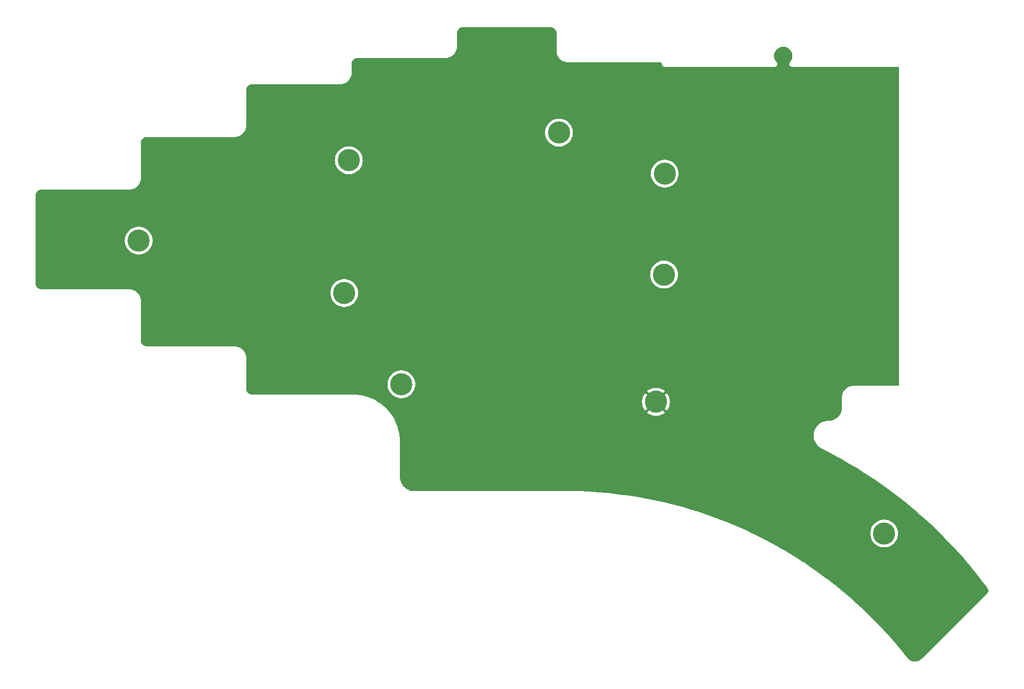
<source format=gbr>
%TF.GenerationSoftware,KiCad,Pcbnew,(6.0.10)*%
%TF.CreationDate,2023-04-21T21:44:23+03:00*%
%TF.ProjectId,blaster_bottom,626c6173-7465-4725-9f62-6f74746f6d2e,v1.0.0*%
%TF.SameCoordinates,Original*%
%TF.FileFunction,Copper,L2,Bot*%
%TF.FilePolarity,Positive*%
%FSLAX46Y46*%
G04 Gerber Fmt 4.6, Leading zero omitted, Abs format (unit mm)*
G04 Created by KiCad (PCBNEW (6.0.10)) date 2023-04-21 21:44:23*
%MOMM*%
%LPD*%
G01*
G04 APERTURE LIST*
%TA.AperFunction,ComponentPad*%
%ADD10C,4.000000*%
%TD*%
G04 APERTURE END LIST*
D10*
%TO.P,, *%
%TO.N,N/C*%
X207093750Y-109262500D03*
%TD*%
%TO.P,, *%
%TO.N,N/C*%
X169093750Y-114262500D03*
%TD*%
%TO.P,, *%
%TO.N,N/C*%
X265906250Y-181768750D03*
%TD*%
%TO.P,, *%
%TO.N,N/C*%
X131093750Y-128787500D03*
%TD*%
%TO.P,, *%
%TO.N,N/C*%
X226218750Y-116681250D03*
%TD*%
%TO.P,, *%
%TO.N,N/C*%
X178593750Y-154781250D03*
%TD*%
%TO.P,, *%
%TO.N,GND*%
X224631250Y-157956250D03*
%TD*%
%TO.P,, *%
%TO.N,N/C*%
X168275000Y-138262500D03*
%TD*%
%TO.P,, *%
%TO.N,N/C*%
X226093750Y-134937500D03*
%TD*%
%TA.AperFunction,Conductor*%
%TO.N,GND*%
G36*
X205551265Y-90203751D02*
G01*
X205564319Y-90205784D01*
X205574958Y-90207441D01*
X205587635Y-90205784D01*
X205614948Y-90205201D01*
X205628169Y-90206358D01*
X205757620Y-90217687D01*
X205779248Y-90221501D01*
X205939625Y-90264477D01*
X205960264Y-90271989D01*
X206110746Y-90342163D01*
X206129765Y-90353144D01*
X206265776Y-90448381D01*
X206282600Y-90462499D01*
X206400001Y-90579900D01*
X206414119Y-90596724D01*
X206509356Y-90732735D01*
X206520337Y-90751754D01*
X206590511Y-90902236D01*
X206598023Y-90922875D01*
X206640999Y-91083252D01*
X206644813Y-91104880D01*
X206656696Y-91240657D01*
X206656142Y-91257140D01*
X206656549Y-91257145D01*
X206656440Y-91266120D01*
X206655059Y-91274990D01*
X206656223Y-91283890D01*
X206656223Y-91283892D01*
X206659186Y-91306544D01*
X206660250Y-91322885D01*
X206660250Y-94403016D01*
X206658504Y-94423917D01*
X206655174Y-94443714D01*
X206655021Y-94456266D01*
X206655710Y-94461077D01*
X206655722Y-94461258D01*
X206656688Y-94470521D01*
X206673731Y-94730431D01*
X206727339Y-94999904D01*
X206728665Y-95003809D01*
X206728666Y-95003814D01*
X206778464Y-95150505D01*
X206815660Y-95260075D01*
X206864795Y-95359707D01*
X206925811Y-95483431D01*
X206937184Y-95506493D01*
X206939472Y-95509917D01*
X206939473Y-95509919D01*
X206998522Y-95598290D01*
X207089831Y-95734941D01*
X207092543Y-95738033D01*
X207092548Y-95738040D01*
X207233155Y-95898370D01*
X207270989Y-95941511D01*
X207274078Y-95944220D01*
X207474460Y-96119952D01*
X207474467Y-96119957D01*
X207477559Y-96122669D01*
X207706007Y-96275316D01*
X207709703Y-96277139D01*
X207709707Y-96277141D01*
X207814864Y-96329000D01*
X207952425Y-96396840D01*
X207956331Y-96398166D01*
X208208686Y-96483834D01*
X208208691Y-96483835D01*
X208212596Y-96485161D01*
X208216650Y-96485968D01*
X208216652Y-96485968D01*
X208458971Y-96534174D01*
X208482069Y-96538769D01*
X208486180Y-96539039D01*
X208486183Y-96539039D01*
X208626026Y-96548209D01*
X208723661Y-96554611D01*
X208736322Y-96556088D01*
X208738095Y-96556386D01*
X208743682Y-96557326D01*
X208749667Y-96557399D01*
X208751367Y-96557420D01*
X208751371Y-96557420D01*
X208756234Y-96557479D01*
X208761052Y-96556789D01*
X208761055Y-96556789D01*
X208783872Y-96553522D01*
X208801730Y-96552250D01*
X225375633Y-96552250D01*
X225395018Y-96553750D01*
X225409851Y-96556060D01*
X225409855Y-96556060D01*
X225418724Y-96557441D01*
X225427629Y-96556277D01*
X225436598Y-96556386D01*
X225436588Y-96557200D01*
X225458098Y-96557493D01*
X225493434Y-96563089D01*
X225530927Y-96575270D01*
X225574887Y-96597669D01*
X225606779Y-96620841D01*
X225641659Y-96655721D01*
X225664831Y-96687614D01*
X225687229Y-96731573D01*
X225699410Y-96769062D01*
X225704869Y-96803525D01*
X225706301Y-96823250D01*
X225705059Y-96831224D01*
X225708894Y-96860550D01*
X225709955Y-96877643D01*
X225709774Y-96907221D01*
X225712240Y-96915849D01*
X225716828Y-96931900D01*
X225720616Y-96950192D01*
X225723945Y-96975652D01*
X225727558Y-96983864D01*
X225727559Y-96983866D01*
X225735858Y-97002726D01*
X225741675Y-97018838D01*
X225749801Y-97047271D01*
X225763505Y-97068989D01*
X225772267Y-97085471D01*
X225782609Y-97108974D01*
X225788384Y-97115844D01*
X225801636Y-97131609D01*
X225811747Y-97145450D01*
X225816080Y-97152317D01*
X225827526Y-97170458D01*
X225834254Y-97176400D01*
X225846769Y-97187453D01*
X225859807Y-97200813D01*
X225876333Y-97220473D01*
X225883800Y-97225444D01*
X225883805Y-97225448D01*
X225900957Y-97236865D01*
X225914536Y-97247303D01*
X225936701Y-97266878D01*
X225944827Y-97270693D01*
X225944830Y-97270695D01*
X225959939Y-97277788D01*
X225976203Y-97286951D01*
X225997584Y-97301184D01*
X226025821Y-97310006D01*
X226041776Y-97316211D01*
X226068550Y-97328781D01*
X226088286Y-97331854D01*
X226093918Y-97332731D01*
X226112102Y-97336963D01*
X226136614Y-97344621D01*
X226167334Y-97345184D01*
X226171655Y-97345263D01*
X226175624Y-97345453D01*
X226179136Y-97346000D01*
X226210696Y-97346000D01*
X226213005Y-97346021D01*
X226273275Y-97347126D01*
X226273278Y-97347126D01*
X226282248Y-97347290D01*
X226286053Y-97346253D01*
X226290128Y-97346000D01*
X246027529Y-97346000D01*
X246041229Y-97346747D01*
X246079597Y-97350944D01*
X246088432Y-97349377D01*
X246088435Y-97349377D01*
X246140888Y-97340074D01*
X246145029Y-97339411D01*
X246197799Y-97331854D01*
X246197807Y-97331852D01*
X246206687Y-97330580D01*
X246214533Y-97327013D01*
X246223017Y-97325508D01*
X246231060Y-97321523D01*
X246231063Y-97321522D01*
X246278829Y-97297856D01*
X246282614Y-97296058D01*
X246331112Y-97274007D01*
X246331113Y-97274006D01*
X246339282Y-97270292D01*
X246345809Y-97264668D01*
X246353533Y-97260841D01*
X246360133Y-97254760D01*
X246360137Y-97254757D01*
X246399338Y-97218638D01*
X246402468Y-97215848D01*
X246442830Y-97181070D01*
X246442831Y-97181068D01*
X246449627Y-97175213D01*
X246454313Y-97167984D01*
X246460653Y-97162142D01*
X246479030Y-97131609D01*
X246492765Y-97108789D01*
X246494988Y-97105232D01*
X246523968Y-97060521D01*
X246523970Y-97060518D01*
X246528852Y-97052985D01*
X246531322Y-97044726D01*
X246535765Y-97037344D01*
X246538824Y-97025722D01*
X246551609Y-96977135D01*
X246552743Y-96973099D01*
X246568017Y-96922026D01*
X246568017Y-96922023D01*
X246570586Y-96913434D01*
X246570639Y-96904817D01*
X246572832Y-96896482D01*
X246571141Y-96834266D01*
X246571096Y-96830074D01*
X246571421Y-96776758D01*
X246571476Y-96767779D01*
X246569107Y-96759491D01*
X246568873Y-96750878D01*
X246549773Y-96691593D01*
X246548554Y-96687579D01*
X246533917Y-96636363D01*
X246533916Y-96636360D01*
X246531449Y-96627729D01*
X246526851Y-96620441D01*
X246524208Y-96612238D01*
X246489212Y-96560661D01*
X246486993Y-96557272D01*
X246453724Y-96504542D01*
X246447265Y-96498837D01*
X246442426Y-96491706D01*
X246435506Y-96485993D01*
X246435504Y-96485991D01*
X246431025Y-96482293D01*
X246412930Y-96463936D01*
X246284682Y-96303951D01*
X246274023Y-96288400D01*
X246158637Y-96089633D01*
X246150418Y-96072666D01*
X246129104Y-96018708D01*
X246065976Y-95858894D01*
X246060385Y-95840902D01*
X246008786Y-95616928D01*
X246005940Y-95598290D01*
X245988339Y-95369129D01*
X245988306Y-95350276D01*
X246005094Y-95121058D01*
X246007874Y-95102411D01*
X246058676Y-94878261D01*
X246064207Y-94860238D01*
X246112667Y-94736271D01*
X246147885Y-94646177D01*
X246156042Y-94629185D01*
X246270729Y-94429999D01*
X246281332Y-94414410D01*
X246424446Y-94234577D01*
X246437256Y-94220745D01*
X246605606Y-94064274D01*
X246620337Y-94052508D01*
X246810149Y-93922908D01*
X246826471Y-93913472D01*
X247033489Y-93813648D01*
X247051036Y-93806752D01*
X247105101Y-93790055D01*
X247270645Y-93738930D01*
X247289016Y-93734732D01*
X247516285Y-93700438D01*
X247535085Y-93699028D01*
X247764915Y-93699028D01*
X247783715Y-93700438D01*
X248010984Y-93734732D01*
X248029355Y-93738930D01*
X248194899Y-93790055D01*
X248248964Y-93806752D01*
X248266511Y-93813648D01*
X248473529Y-93913472D01*
X248489851Y-93922908D01*
X248679663Y-94052508D01*
X248694394Y-94064274D01*
X248862744Y-94220745D01*
X248875554Y-94234577D01*
X249018668Y-94414410D01*
X249029271Y-94429999D01*
X249143958Y-94629185D01*
X249152115Y-94646177D01*
X249187333Y-94736271D01*
X249235793Y-94860238D01*
X249241324Y-94878261D01*
X249292126Y-95102411D01*
X249294906Y-95121058D01*
X249311694Y-95350276D01*
X249311661Y-95369129D01*
X249294060Y-95598290D01*
X249291214Y-95616928D01*
X249239615Y-95840902D01*
X249234024Y-95858894D01*
X249170896Y-96018708D01*
X249149582Y-96072666D01*
X249141363Y-96089633D01*
X249025974Y-96288404D01*
X249015315Y-96303955D01*
X248891495Y-96458416D01*
X248879345Y-96470445D01*
X248879397Y-96470494D01*
X248873196Y-96476982D01*
X248866135Y-96482527D01*
X248860914Y-96489831D01*
X248860403Y-96490366D01*
X248859264Y-96491448D01*
X248858636Y-96492136D01*
X248857665Y-96493364D01*
X248857173Y-96493929D01*
X248850373Y-96499787D01*
X248825628Y-96537964D01*
X248818620Y-96548776D01*
X248815412Y-96553489D01*
X248781433Y-96601024D01*
X248778473Y-96609498D01*
X248778128Y-96610163D01*
X248777344Y-96611512D01*
X248776929Y-96612358D01*
X248776343Y-96613807D01*
X248776031Y-96614481D01*
X248771148Y-96622015D01*
X248754407Y-96677993D01*
X248752658Y-96683391D01*
X248733394Y-96738532D01*
X248732931Y-96747504D01*
X248732790Y-96748221D01*
X248732411Y-96749754D01*
X248732254Y-96750663D01*
X248732097Y-96752226D01*
X248731986Y-96752965D01*
X248729414Y-96761566D01*
X248729359Y-96770543D01*
X248729359Y-96770544D01*
X248729057Y-96819959D01*
X248728891Y-96825689D01*
X248726342Y-96875028D01*
X248725879Y-96883996D01*
X248727951Y-96892732D01*
X248728019Y-96893479D01*
X248728085Y-96895044D01*
X248728190Y-96895964D01*
X248728478Y-96897508D01*
X248728579Y-96898245D01*
X248728524Y-96907221D01*
X248744573Y-96963375D01*
X248746011Y-96968878D01*
X248759494Y-97025722D01*
X248763932Y-97033522D01*
X248764211Y-97034230D01*
X248764714Y-97035715D01*
X248765064Y-97036547D01*
X248765774Y-97037948D01*
X248766084Y-97038641D01*
X248768551Y-97047271D01*
X248787247Y-97076902D01*
X248799696Y-97096633D01*
X248802644Y-97101550D01*
X248827094Y-97144516D01*
X248827097Y-97144519D01*
X248831534Y-97152317D01*
X248837983Y-97158557D01*
X248838449Y-97159158D01*
X248839343Y-97160433D01*
X248839926Y-97161151D01*
X248841001Y-97162297D01*
X248841487Y-97162868D01*
X248846276Y-97170458D01*
X248853004Y-97176400D01*
X248890028Y-97209099D01*
X248894236Y-97212990D01*
X248929757Y-97247361D01*
X248929765Y-97247367D01*
X248936211Y-97253604D01*
X248944152Y-97257783D01*
X248944766Y-97258228D01*
X248945984Y-97259202D01*
X248946749Y-97259730D01*
X248948093Y-97260523D01*
X248948725Y-97260938D01*
X248955451Y-97266878D01*
X248963571Y-97270690D01*
X248963575Y-97270693D01*
X249008305Y-97291693D01*
X249013407Y-97294231D01*
X249065107Y-97321440D01*
X249073905Y-97323223D01*
X249074622Y-97323479D01*
X249076071Y-97324076D01*
X249076932Y-97324361D01*
X249078451Y-97324746D01*
X249079179Y-97324968D01*
X249087300Y-97328781D01*
X249121918Y-97334171D01*
X249144986Y-97337763D01*
X249150630Y-97338774D01*
X249199065Y-97348591D01*
X249199067Y-97348591D01*
X249207863Y-97350374D01*
X249254177Y-97346450D01*
X249264814Y-97346000D01*
X268446750Y-97346000D01*
X268514871Y-97366002D01*
X268561364Y-97419658D01*
X268572750Y-97472000D01*
X268572750Y-154940500D01*
X268552748Y-155008621D01*
X268499092Y-155055114D01*
X268446750Y-155066500D01*
X260403250Y-155066500D01*
X260382345Y-155064754D01*
X260367344Y-155062230D01*
X260367341Y-155062230D01*
X260362552Y-155061424D01*
X260356276Y-155061348D01*
X260354859Y-155061330D01*
X260354856Y-155061330D01*
X260350000Y-155061271D01*
X260345187Y-155061960D01*
X260345009Y-155061972D01*
X260335748Y-155062937D01*
X260253068Y-155068356D01*
X260079942Y-155079703D01*
X260079935Y-155079704D01*
X260075830Y-155079973D01*
X260071797Y-155080775D01*
X260071791Y-155080776D01*
X259810401Y-155132770D01*
X259810395Y-155132772D01*
X259806351Y-155133576D01*
X259802442Y-155134903D01*
X259802438Y-155134904D01*
X259550081Y-155220568D01*
X259546175Y-155221894D01*
X259429532Y-155279416D01*
X259303456Y-155341589D01*
X259303451Y-155341592D01*
X259299752Y-155343416D01*
X259071298Y-155496064D01*
X258864724Y-155677224D01*
X258683564Y-155883798D01*
X258530916Y-156112252D01*
X258529092Y-156115951D01*
X258529089Y-156115956D01*
X258525359Y-156123520D01*
X258409394Y-156358675D01*
X258408068Y-156362580D01*
X258408068Y-156362581D01*
X258330268Y-156591773D01*
X258321076Y-156618851D01*
X258320272Y-156622895D01*
X258320270Y-156622901D01*
X258300537Y-156722108D01*
X258267473Y-156888330D01*
X258267204Y-156892437D01*
X258267203Y-156892443D01*
X258261784Y-156975134D01*
X258253735Y-157097943D01*
X258251086Y-157138357D01*
X258250254Y-157145891D01*
X258250373Y-157146181D01*
X258248809Y-157156224D01*
X258249545Y-157161855D01*
X258249503Y-157162500D01*
X258249630Y-157162500D01*
X258252897Y-157187481D01*
X258252936Y-157187783D01*
X258254000Y-157204120D01*
X258254000Y-159452104D01*
X258248529Y-159488828D01*
X258183087Y-159703612D01*
X258178087Y-159717176D01*
X258074964Y-159954067D01*
X258064176Y-159978848D01*
X258057653Y-159991753D01*
X257914519Y-160238637D01*
X257906561Y-160250710D01*
X257736076Y-160479579D01*
X257726787Y-160490660D01*
X257531210Y-160698482D01*
X257520712Y-160708427D01*
X257302606Y-160892477D01*
X257291038Y-160901153D01*
X257053281Y-161059003D01*
X257040795Y-161066296D01*
X256786527Y-161195861D01*
X256773292Y-161201674D01*
X256692833Y-161231633D01*
X256505846Y-161301257D01*
X256492027Y-161305517D01*
X256214928Y-161373803D01*
X256200714Y-161376451D01*
X256082413Y-161391532D01*
X255917624Y-161412540D01*
X255903213Y-161413542D01*
X255653061Y-161416535D01*
X255626533Y-161414034D01*
X255625906Y-161413907D01*
X255625905Y-161413907D01*
X255617105Y-161412124D01*
X255608160Y-161412882D01*
X255608154Y-161412882D01*
X255592211Y-161414234D01*
X255573267Y-161414411D01*
X255548343Y-161412765D01*
X255543488Y-161413196D01*
X255540693Y-161413444D01*
X255540692Y-161413444D01*
X255535839Y-161413875D01*
X255531111Y-161415047D01*
X255526588Y-161415803D01*
X255524853Y-161416158D01*
X255484699Y-161422661D01*
X255484698Y-161422662D01*
X255476569Y-161423978D01*
X255476568Y-161423978D01*
X255475767Y-161424108D01*
X255475738Y-161423929D01*
X255470453Y-161423618D01*
X255470666Y-161424934D01*
X255223237Y-161465008D01*
X254918866Y-161552609D01*
X254627130Y-161675921D01*
X254352203Y-161833179D01*
X254349182Y-161835425D01*
X254349177Y-161835428D01*
X254101036Y-162019888D01*
X254098015Y-162022134D01*
X254095281Y-162024726D01*
X254095282Y-162024726D01*
X253886253Y-162222967D01*
X253868204Y-162240084D01*
X253666055Y-162483911D01*
X253494462Y-162750127D01*
X253355878Y-163034925D01*
X253252286Y-163334231D01*
X253185166Y-163643764D01*
X253155480Y-163959096D01*
X253163652Y-164275716D01*
X253164197Y-164279438D01*
X253164198Y-164279446D01*
X253206770Y-164570021D01*
X253209565Y-164589097D01*
X253292562Y-164894755D01*
X253293978Y-164898252D01*
X253293979Y-164898254D01*
X253382712Y-165117344D01*
X253411457Y-165188319D01*
X253564548Y-165465589D01*
X253749645Y-165722599D01*
X253964102Y-165955673D01*
X254204851Y-166161478D01*
X254207981Y-166163563D01*
X254443320Y-166320332D01*
X254452574Y-166327237D01*
X254453649Y-166328000D01*
X254457389Y-166331115D01*
X254461560Y-166333615D01*
X254463988Y-166335071D01*
X254463992Y-166335073D01*
X254468156Y-166337569D01*
X254472659Y-166339396D01*
X254477022Y-166341573D01*
X254477008Y-166341602D01*
X254479008Y-166342519D01*
X254484529Y-166345360D01*
X254491855Y-166350562D01*
X254500345Y-166353498D01*
X254519014Y-166359954D01*
X254535256Y-166366880D01*
X256031649Y-167133075D01*
X256033854Y-167134233D01*
X257548232Y-167949255D01*
X257550413Y-167950458D01*
X258242165Y-168341253D01*
X259047724Y-168796343D01*
X259049960Y-168797637D01*
X260529515Y-169673989D01*
X260531725Y-169675328D01*
X261004001Y-169968307D01*
X261993128Y-170581917D01*
X261995244Y-170583261D01*
X263364691Y-171472201D01*
X263437662Y-171519568D01*
X263439808Y-171520992D01*
X264151278Y-172003845D01*
X264862741Y-172486693D01*
X264864864Y-172488166D01*
X266267656Y-173482814D01*
X266269749Y-173484330D01*
X267651887Y-174507562D01*
X267653947Y-174509120D01*
X269014839Y-175560498D01*
X269016787Y-175562035D01*
X269732887Y-176139101D01*
X270355842Y-176641107D01*
X270357837Y-176642749D01*
X270950744Y-177140934D01*
X271674442Y-177749016D01*
X271676354Y-177750655D01*
X272497678Y-178470009D01*
X272970021Y-178883709D01*
X272971947Y-178885431D01*
X273966668Y-179793364D01*
X274242083Y-180044750D01*
X274243971Y-180046509D01*
X275490097Y-181231659D01*
X275491889Y-181233399D01*
X276713449Y-182443850D01*
X276715265Y-182445687D01*
X277911693Y-183680877D01*
X277913472Y-183682751D01*
X279084367Y-184942265D01*
X279086107Y-184944176D01*
X280230887Y-186227389D01*
X280232586Y-186229333D01*
X280882731Y-186988893D01*
X281350836Y-187535778D01*
X281352484Y-187537743D01*
X281692677Y-187952095D01*
X282443722Y-188866860D01*
X282445341Y-188868874D01*
X283313455Y-189971579D01*
X283509089Y-190220080D01*
X283510657Y-190222116D01*
X284326883Y-191303833D01*
X284518545Y-191557837D01*
X284529626Y-191575352D01*
X284539318Y-191593892D01*
X284545542Y-191600360D01*
X284560014Y-191615399D01*
X284570965Y-191628438D01*
X284588578Y-191652547D01*
X284595695Y-191658018D01*
X284595795Y-191658095D01*
X284617512Y-191679429D01*
X284673564Y-191749715D01*
X284688576Y-191773606D01*
X284735915Y-191871907D01*
X284745234Y-191898539D01*
X284769512Y-192004909D01*
X284772671Y-192032946D01*
X284772671Y-192142054D01*
X284769512Y-192170091D01*
X284745234Y-192276461D01*
X284735915Y-192303093D01*
X284688576Y-192401394D01*
X284673567Y-192425281D01*
X284621645Y-192490389D01*
X284610515Y-192501385D01*
X284611127Y-192502012D01*
X284604701Y-192508283D01*
X284597453Y-192513578D01*
X284591982Y-192520695D01*
X284591978Y-192520699D01*
X284578048Y-192538820D01*
X284567248Y-192551124D01*
X272725347Y-204393026D01*
X272710580Y-204405672D01*
X272691203Y-204419828D01*
X272685732Y-204426945D01*
X272685730Y-204426947D01*
X272681821Y-204432032D01*
X272664441Y-204450461D01*
X272509991Y-204584293D01*
X272495608Y-204595060D01*
X272302328Y-204719274D01*
X272286549Y-204727890D01*
X272077561Y-204823331D01*
X272060719Y-204829612D01*
X271840282Y-204894338D01*
X271822718Y-204898160D01*
X271709009Y-204914509D01*
X271595301Y-204930857D01*
X271577370Y-204932139D01*
X271347630Y-204932139D01*
X271329699Y-204930857D01*
X271215991Y-204914509D01*
X271102282Y-204898160D01*
X271084718Y-204894338D01*
X270864281Y-204829612D01*
X270847439Y-204823331D01*
X270638451Y-204727890D01*
X270622672Y-204719274D01*
X270429397Y-204595063D01*
X270415006Y-204584290D01*
X270276264Y-204464070D01*
X270260134Y-204447240D01*
X269207052Y-203122175D01*
X269207043Y-203122164D01*
X269206629Y-203121643D01*
X268103602Y-201794566D01*
X266971734Y-200492000D01*
X266971312Y-200491536D01*
X266971278Y-200491497D01*
X265812022Y-199215069D01*
X265811570Y-199214571D01*
X265194862Y-198564754D01*
X264624168Y-197963421D01*
X264624132Y-197963384D01*
X264623668Y-197962895D01*
X264623180Y-197962403D01*
X264623151Y-197962373D01*
X264083935Y-197418607D01*
X263408600Y-196737574D01*
X262166949Y-195539197D01*
X262166472Y-195538757D01*
X262166443Y-195538729D01*
X260899813Y-194368801D01*
X260899314Y-194368340D01*
X259606304Y-193225568D01*
X259605800Y-193225142D01*
X259605762Y-193225109D01*
X258289050Y-192111858D01*
X258289023Y-192111835D01*
X258288542Y-192111429D01*
X258288062Y-192111041D01*
X258288021Y-192111007D01*
X256947203Y-191026899D01*
X256947201Y-191026897D01*
X256946660Y-191026460D01*
X256897594Y-190988537D01*
X255581820Y-189971579D01*
X255581805Y-189971568D01*
X255581306Y-189971182D01*
X254193135Y-188946104D01*
X252782816Y-187951718D01*
X252164533Y-187535778D01*
X251351605Y-186988893D01*
X251351573Y-186988872D01*
X251351026Y-186988504D01*
X251248869Y-186922987D01*
X249899011Y-186057279D01*
X249898456Y-186056923D01*
X248425803Y-185157425D01*
X248055525Y-184942265D01*
X246934364Y-184290783D01*
X246934319Y-184290757D01*
X246933776Y-184290442D01*
X246908982Y-184276753D01*
X245423677Y-183456714D01*
X245423647Y-183456698D01*
X245423093Y-183456392D01*
X245422516Y-183456090D01*
X245422496Y-183456079D01*
X244186946Y-182808874D01*
X243894481Y-182655675D01*
X243893909Y-182655391D01*
X243893891Y-182655382D01*
X242349281Y-181888977D01*
X242349268Y-181888971D01*
X242348674Y-181888676D01*
X242093043Y-181768750D01*
X263392790Y-181768750D01*
X263412609Y-182083770D01*
X263471755Y-182393822D01*
X263569294Y-182694016D01*
X263570981Y-182697602D01*
X263570983Y-182697606D01*
X263702000Y-182976033D01*
X263702004Y-182976040D01*
X263703688Y-182979619D01*
X263872818Y-183246125D01*
X263875343Y-183249177D01*
X264046767Y-183456392D01*
X264074017Y-183489332D01*
X264304110Y-183705404D01*
X264559471Y-183890934D01*
X264836071Y-184042997D01*
X264839740Y-184044450D01*
X264839745Y-184044452D01*
X265125878Y-184157740D01*
X265129548Y-184159193D01*
X265435275Y-184237690D01*
X265748429Y-184277250D01*
X266064071Y-184277250D01*
X266377225Y-184237690D01*
X266682952Y-184159193D01*
X266686622Y-184157740D01*
X266972755Y-184044452D01*
X266972760Y-184044450D01*
X266976429Y-184042997D01*
X267253029Y-183890934D01*
X267508390Y-183705404D01*
X267738483Y-183489332D01*
X267765734Y-183456392D01*
X267937157Y-183249177D01*
X267939682Y-183246125D01*
X268108812Y-182979619D01*
X268110496Y-182976040D01*
X268110500Y-182976033D01*
X268241517Y-182697606D01*
X268241519Y-182697602D01*
X268243206Y-182694016D01*
X268340745Y-182393822D01*
X268399891Y-182083770D01*
X268419710Y-181768750D01*
X268399891Y-181453730D01*
X268340745Y-181143678D01*
X268243206Y-180843484D01*
X268194985Y-180741008D01*
X268110500Y-180561467D01*
X268110496Y-180561460D01*
X268108812Y-180557881D01*
X267939682Y-180291375D01*
X267738483Y-180048168D01*
X267508390Y-179832096D01*
X267253029Y-179646566D01*
X267050233Y-179535077D01*
X266979898Y-179496410D01*
X266979897Y-179496409D01*
X266976429Y-179494503D01*
X266972760Y-179493050D01*
X266972755Y-179493048D01*
X266686622Y-179379760D01*
X266686621Y-179379760D01*
X266682952Y-179378307D01*
X266377225Y-179299810D01*
X266064071Y-179260250D01*
X265748429Y-179260250D01*
X265435275Y-179299810D01*
X265129548Y-179378307D01*
X265125879Y-179379760D01*
X265125878Y-179379760D01*
X264839745Y-179493048D01*
X264839740Y-179493050D01*
X264836071Y-179494503D01*
X264832603Y-179496409D01*
X264832602Y-179496410D01*
X264762268Y-179535077D01*
X264559471Y-179646566D01*
X264304110Y-179832096D01*
X264074017Y-180048168D01*
X263872818Y-180291375D01*
X263703688Y-180557881D01*
X263702004Y-180561460D01*
X263702000Y-180561467D01*
X263617515Y-180741008D01*
X263569294Y-180843484D01*
X263471755Y-181143678D01*
X263412609Y-181453730D01*
X263392790Y-181768750D01*
X242093043Y-181768750D01*
X242084606Y-181764792D01*
X240787068Y-181156071D01*
X240786418Y-181155766D01*
X239208462Y-180457296D01*
X237615567Y-179793602D01*
X237614959Y-179793364D01*
X236009139Y-179165254D01*
X236009113Y-179165244D01*
X236008499Y-179165004D01*
X234388031Y-178571804D01*
X234387409Y-178571592D01*
X234387362Y-178571575D01*
X232755610Y-178014515D01*
X232755606Y-178014514D01*
X232754942Y-178014287D01*
X231110019Y-177492722D01*
X229454052Y-177007360D01*
X229453437Y-177007194D01*
X229453404Y-177007185D01*
X227788450Y-176558599D01*
X227787838Y-176558434D01*
X226112179Y-176146160D01*
X224912106Y-175878668D01*
X224428550Y-175770885D01*
X224428540Y-175770883D01*
X224427881Y-175770736D01*
X222735754Y-175432343D01*
X222735063Y-175432220D01*
X222735055Y-175432219D01*
X221037273Y-175131261D01*
X221037258Y-175131259D01*
X221036612Y-175131144D01*
X221035944Y-175131041D01*
X221035922Y-175131037D01*
X219331974Y-174867392D01*
X219331934Y-174867386D01*
X219331273Y-174867284D01*
X218893221Y-174809313D01*
X217621270Y-174640983D01*
X217621239Y-174640979D01*
X217620557Y-174640889D01*
X217619844Y-174640811D01*
X217619815Y-174640807D01*
X215906025Y-174452150D01*
X215906003Y-174452148D01*
X215905287Y-174452069D01*
X215904600Y-174452009D01*
X215904584Y-174452007D01*
X214186959Y-174300974D01*
X214186288Y-174300915D01*
X214184815Y-174300818D01*
X212465075Y-174187543D01*
X212465053Y-174187542D01*
X212464388Y-174187498D01*
X212463695Y-174187468D01*
X212463684Y-174187467D01*
X210741126Y-174111906D01*
X210741109Y-174111905D01*
X210740415Y-174111875D01*
X209015197Y-174074080D01*
X209014472Y-174074080D01*
X208149995Y-174074107D01*
X207289566Y-174074133D01*
X207288902Y-174074148D01*
X207288863Y-174074148D01*
X205582998Y-174111623D01*
X205578830Y-174111551D01*
X205576885Y-174111289D01*
X205564335Y-174111550D01*
X205559545Y-174112398D01*
X205559543Y-174112398D01*
X205547260Y-174114572D01*
X205525301Y-174116500D01*
X181024367Y-174116500D01*
X181004982Y-174115000D01*
X180990149Y-174112690D01*
X180990145Y-174112690D01*
X180981276Y-174111309D01*
X180972374Y-174112473D01*
X180972372Y-174112473D01*
X180968064Y-174113037D01*
X180963280Y-174113662D01*
X180939883Y-174114528D01*
X180683508Y-174100131D01*
X180669476Y-174098550D01*
X180529048Y-174074690D01*
X180388624Y-174050830D01*
X180374849Y-174047686D01*
X180101109Y-173968823D01*
X180087772Y-173964156D01*
X179824582Y-173855139D01*
X179811852Y-173849008D01*
X179562532Y-173711214D01*
X179550568Y-173703697D01*
X179318238Y-173538851D01*
X179307190Y-173530041D01*
X179094776Y-173340215D01*
X179084785Y-173330224D01*
X178894959Y-173117810D01*
X178886149Y-173106762D01*
X178721303Y-172874432D01*
X178713786Y-172862468D01*
X178575992Y-172613148D01*
X178569861Y-172600418D01*
X178460844Y-172337228D01*
X178456177Y-172323891D01*
X178377314Y-172050151D01*
X178374170Y-172036376D01*
X178326451Y-171755529D01*
X178324869Y-171741488D01*
X178319627Y-171648129D01*
X178311089Y-171496100D01*
X178312411Y-171472208D01*
X178312334Y-171472201D01*
X178312537Y-171469937D01*
X178312637Y-171468131D01*
X178312770Y-171467342D01*
X178313576Y-171462552D01*
X178313729Y-171450000D01*
X178309773Y-171422376D01*
X178308500Y-171404514D01*
X178308500Y-165153250D01*
X178310246Y-165132345D01*
X178312770Y-165117344D01*
X178312770Y-165117341D01*
X178313576Y-165112552D01*
X178313729Y-165100000D01*
X178313039Y-165095183D01*
X178312826Y-165091915D01*
X178312627Y-165087849D01*
X178295000Y-164549377D01*
X178294999Y-164549368D01*
X178294932Y-164547309D01*
X178240730Y-163996985D01*
X178235098Y-163962868D01*
X178150988Y-163453427D01*
X178150651Y-163451384D01*
X178025080Y-162912843D01*
X177864557Y-162383668D01*
X177669767Y-161866124D01*
X177583588Y-161675921D01*
X177442400Y-161364313D01*
X177441546Y-161362428D01*
X177440577Y-161360614D01*
X177440570Y-161360601D01*
X177181842Y-160876558D01*
X177181840Y-160876554D01*
X177180869Y-160874738D01*
X176888855Y-160405140D01*
X176583379Y-159978848D01*
X176567941Y-159957305D01*
X176567938Y-159957302D01*
X176566752Y-159955646D01*
X176522920Y-159902237D01*
X223049971Y-159902237D01*
X223058798Y-159913855D01*
X223281531Y-160075680D01*
X223288211Y-160079920D01*
X223557822Y-160228140D01*
X223564957Y-160231497D01*
X223851020Y-160344758D01*
X223858546Y-160347203D01*
X224156529Y-160423712D01*
X224164300Y-160425195D01*
X224469528Y-160463753D01*
X224477419Y-160464250D01*
X224785081Y-160464250D01*
X224792972Y-160463753D01*
X225098200Y-160425195D01*
X225105971Y-160423712D01*
X225403954Y-160347203D01*
X225411480Y-160344758D01*
X225697543Y-160231497D01*
X225704678Y-160228140D01*
X225974289Y-160079920D01*
X225980969Y-160075680D01*
X226204073Y-159913586D01*
X226212496Y-159902663D01*
X226205592Y-159889802D01*
X224644062Y-158328272D01*
X224630118Y-158320658D01*
X224628285Y-158320789D01*
X224621670Y-158325040D01*
X223056584Y-159890126D01*
X223049971Y-159902237D01*
X176522920Y-159902237D01*
X176215941Y-159528182D01*
X176208327Y-159520052D01*
X175839327Y-159126074D01*
X175837924Y-159124576D01*
X175574186Y-158877559D01*
X175435829Y-158747974D01*
X175435826Y-158747971D01*
X175434318Y-158746559D01*
X175006854Y-158395748D01*
X174912692Y-158328272D01*
X174559039Y-158074848D01*
X174559036Y-158074846D01*
X174557360Y-158073645D01*
X174374938Y-157960208D01*
X222118540Y-157960208D01*
X222137857Y-158267244D01*
X222138850Y-158275105D01*
X222196496Y-158577296D01*
X222198467Y-158584973D01*
X222293534Y-158877559D01*
X222296449Y-158884922D01*
X222427439Y-159163291D01*
X222431251Y-159170224D01*
X222596101Y-159429986D01*
X222600745Y-159436379D01*
X222675747Y-159527040D01*
X222688264Y-159535495D01*
X222699002Y-159529288D01*
X224259228Y-157969062D01*
X224265606Y-157957382D01*
X224995658Y-157957382D01*
X224995789Y-157959215D01*
X225000040Y-157965830D01*
X226562395Y-159528185D01*
X226575657Y-159535427D01*
X226585762Y-159528238D01*
X226661755Y-159436379D01*
X226666399Y-159429986D01*
X226831249Y-159170224D01*
X226835061Y-159163291D01*
X226966051Y-158884922D01*
X226968966Y-158877559D01*
X227064033Y-158584973D01*
X227066004Y-158577296D01*
X227123650Y-158275105D01*
X227124643Y-158267244D01*
X227143960Y-157960208D01*
X227143960Y-157952292D01*
X227124643Y-157645256D01*
X227123650Y-157637395D01*
X227066004Y-157335204D01*
X227064033Y-157327527D01*
X226968966Y-157034941D01*
X226966051Y-157027578D01*
X226835061Y-156749209D01*
X226831249Y-156742276D01*
X226666399Y-156482514D01*
X226661755Y-156476121D01*
X226586753Y-156385460D01*
X226574236Y-156377005D01*
X226563498Y-156383212D01*
X225003272Y-157943438D01*
X224995658Y-157957382D01*
X224265606Y-157957382D01*
X224266842Y-157955118D01*
X224266711Y-157953285D01*
X224262460Y-157946670D01*
X222700105Y-156384315D01*
X222686843Y-156377073D01*
X222676738Y-156384262D01*
X222600745Y-156476121D01*
X222596101Y-156482514D01*
X222431251Y-156742276D01*
X222427439Y-156749209D01*
X222296449Y-157027578D01*
X222293534Y-157034941D01*
X222198467Y-157327527D01*
X222196496Y-157335204D01*
X222138850Y-157637395D01*
X222137857Y-157645256D01*
X222118540Y-157952292D01*
X222118540Y-157960208D01*
X174374938Y-157960208D01*
X174087763Y-157781631D01*
X173600072Y-157520954D01*
X173190112Y-157335204D01*
X173098244Y-157293579D01*
X173098234Y-157293575D01*
X173096376Y-157292733D01*
X173094466Y-157292014D01*
X173094456Y-157292010D01*
X172770920Y-157170240D01*
X172578832Y-157097943D01*
X172173984Y-156975134D01*
X172051616Y-156938014D01*
X172051609Y-156938012D01*
X172049657Y-156937420D01*
X171511116Y-156811849D01*
X171131711Y-156749209D01*
X170967564Y-156722108D01*
X170967555Y-156722107D01*
X170965515Y-156721770D01*
X170963449Y-156721566D01*
X170963445Y-156721566D01*
X170417233Y-156667769D01*
X170417229Y-156667769D01*
X170415191Y-156667568D01*
X170413160Y-156667501D01*
X170413152Y-156667501D01*
X170207522Y-156660770D01*
X169888876Y-156650338D01*
X169881758Y-156649902D01*
X169879849Y-156649731D01*
X169875052Y-156648924D01*
X169868776Y-156648847D01*
X169867360Y-156648830D01*
X169867357Y-156648830D01*
X169862500Y-156648771D01*
X169838228Y-156652247D01*
X169834876Y-156652727D01*
X169817014Y-156654000D01*
X151655625Y-156654000D01*
X151636235Y-156652499D01*
X151621416Y-156650191D01*
X151612542Y-156648809D01*
X151599865Y-156650466D01*
X151572552Y-156651049D01*
X151482665Y-156643182D01*
X151429886Y-156638563D01*
X151408258Y-156634749D01*
X151364414Y-156623000D01*
X151247877Y-156591771D01*
X151227255Y-156584265D01*
X151076763Y-156514086D01*
X151057755Y-156503110D01*
X150921744Y-156407870D01*
X150904922Y-156393754D01*
X150895484Y-156384315D01*
X150787521Y-156276349D01*
X150773404Y-156259524D01*
X150678176Y-156123520D01*
X150667195Y-156104500D01*
X150617960Y-155998914D01*
X150597027Y-155954022D01*
X150589516Y-155933386D01*
X150576230Y-155883798D01*
X150546546Y-155773013D01*
X150542732Y-155751385D01*
X150530835Y-155615402D01*
X150531382Y-155599128D01*
X150530950Y-155599123D01*
X150531060Y-155590147D01*
X150532441Y-155581276D01*
X150530352Y-155565297D01*
X150528314Y-155549717D01*
X150527250Y-155533379D01*
X150527250Y-154781250D01*
X176080290Y-154781250D01*
X176100109Y-155096270D01*
X176159255Y-155406322D01*
X176160482Y-155410098D01*
X176221902Y-155599128D01*
X176256794Y-155706516D01*
X176258481Y-155710102D01*
X176258483Y-155710106D01*
X176389500Y-155988533D01*
X176389504Y-155988540D01*
X176391188Y-155992119D01*
X176393312Y-155995465D01*
X176393312Y-155995466D01*
X176395500Y-155998914D01*
X176560318Y-156258625D01*
X176761517Y-156501832D01*
X176991610Y-156717904D01*
X177246971Y-156903434D01*
X177250440Y-156905341D01*
X177250443Y-156905343D01*
X177308791Y-156937420D01*
X177523571Y-157055497D01*
X177527240Y-157056950D01*
X177527245Y-157056952D01*
X177763720Y-157150579D01*
X177817048Y-157171693D01*
X178122775Y-157250190D01*
X178435929Y-157289750D01*
X178751571Y-157289750D01*
X179064725Y-157250190D01*
X179370452Y-157171693D01*
X179423780Y-157150579D01*
X179660255Y-157056952D01*
X179660260Y-157056950D01*
X179663929Y-157055497D01*
X179878709Y-156937420D01*
X179937057Y-156905343D01*
X179937060Y-156905341D01*
X179940529Y-156903434D01*
X180195890Y-156717904D01*
X180425983Y-156501832D01*
X180627182Y-156258625D01*
X180785068Y-156009837D01*
X223050004Y-156009837D01*
X223056908Y-156022698D01*
X224618438Y-157584228D01*
X224632382Y-157591842D01*
X224634215Y-157591711D01*
X224640830Y-157587460D01*
X226205916Y-156022374D01*
X226212529Y-156010263D01*
X226203702Y-155998645D01*
X225980969Y-155836820D01*
X225974289Y-155832580D01*
X225704678Y-155684360D01*
X225697543Y-155681003D01*
X225411480Y-155567742D01*
X225403954Y-155565297D01*
X225105971Y-155488788D01*
X225098200Y-155487305D01*
X224792972Y-155448747D01*
X224785081Y-155448250D01*
X224477419Y-155448250D01*
X224469528Y-155448747D01*
X224164300Y-155487305D01*
X224156529Y-155488788D01*
X223858546Y-155565297D01*
X223851020Y-155567742D01*
X223564957Y-155681003D01*
X223557822Y-155684360D01*
X223288211Y-155832580D01*
X223281531Y-155836820D01*
X223058427Y-155998914D01*
X223050004Y-156009837D01*
X180785068Y-156009837D01*
X180792000Y-155998914D01*
X180794188Y-155995466D01*
X180794188Y-155995465D01*
X180796312Y-155992119D01*
X180797996Y-155988540D01*
X180798000Y-155988533D01*
X180929017Y-155710106D01*
X180929019Y-155710102D01*
X180930706Y-155706516D01*
X180965599Y-155599128D01*
X181027018Y-155410098D01*
X181028245Y-155406322D01*
X181087391Y-155096270D01*
X181107210Y-154781250D01*
X181087391Y-154466230D01*
X181028245Y-154156178D01*
X180930706Y-153855984D01*
X180929017Y-153852394D01*
X180798000Y-153573967D01*
X180797996Y-153573960D01*
X180796312Y-153570381D01*
X180627182Y-153303875D01*
X180425983Y-153060668D01*
X180195890Y-152844596D01*
X179940529Y-152659066D01*
X179663929Y-152507003D01*
X179660260Y-152505550D01*
X179660255Y-152505548D01*
X179374122Y-152392260D01*
X179374121Y-152392260D01*
X179370452Y-152390807D01*
X179064725Y-152312310D01*
X178751571Y-152272750D01*
X178435929Y-152272750D01*
X178122775Y-152312310D01*
X177817048Y-152390807D01*
X177813379Y-152392260D01*
X177813378Y-152392260D01*
X177527245Y-152505548D01*
X177527240Y-152505550D01*
X177523571Y-152507003D01*
X177246971Y-152659066D01*
X176991610Y-152844596D01*
X176761517Y-153060668D01*
X176560318Y-153303875D01*
X176391188Y-153570381D01*
X176389504Y-153573960D01*
X176389500Y-153573967D01*
X176258483Y-153852394D01*
X176256794Y-153855984D01*
X176159255Y-154156178D01*
X176100109Y-154466230D01*
X176080290Y-154781250D01*
X150527250Y-154781250D01*
X150527250Y-150071984D01*
X150528996Y-150051083D01*
X150531518Y-150036087D01*
X150532326Y-150031286D01*
X150532479Y-150018734D01*
X150531790Y-150013923D01*
X150531778Y-150013742D01*
X150530812Y-150004477D01*
X150514039Y-149748684D01*
X150514039Y-149748682D01*
X150513769Y-149744569D01*
X150460161Y-149475096D01*
X150409275Y-149325197D01*
X150373166Y-149218831D01*
X150371840Y-149214925D01*
X150250316Y-148968507D01*
X150234570Y-148944941D01*
X150099958Y-148743485D01*
X150097669Y-148740059D01*
X150094957Y-148736967D01*
X150094952Y-148736960D01*
X149919220Y-148536578D01*
X149916511Y-148533489D01*
X149889920Y-148510169D01*
X149713040Y-148355048D01*
X149713033Y-148355043D01*
X149709941Y-148352331D01*
X149481493Y-148199684D01*
X149477797Y-148197861D01*
X149477793Y-148197859D01*
X149324865Y-148122441D01*
X149235075Y-148078160D01*
X149231169Y-148076834D01*
X148978814Y-147991166D01*
X148978809Y-147991165D01*
X148974904Y-147989839D01*
X148970850Y-147989032D01*
X148970848Y-147989032D01*
X148709478Y-147937036D01*
X148709477Y-147937036D01*
X148705431Y-147936231D01*
X148701320Y-147935961D01*
X148701317Y-147935961D01*
X148561474Y-147926791D01*
X148463839Y-147920389D01*
X148451178Y-147918912D01*
X148448614Y-147918481D01*
X148448615Y-147918481D01*
X148443818Y-147917674D01*
X148437833Y-147917601D01*
X148436133Y-147917580D01*
X148436129Y-147917580D01*
X148431266Y-147917521D01*
X148426448Y-147918211D01*
X148426445Y-147918211D01*
X148403628Y-147921478D01*
X148385770Y-147922750D01*
X132605625Y-147922750D01*
X132586235Y-147921249D01*
X132571416Y-147918941D01*
X132562542Y-147917559D01*
X132549865Y-147919216D01*
X132522552Y-147919799D01*
X132379880Y-147907313D01*
X132358252Y-147903499D01*
X132197875Y-147860523D01*
X132177236Y-147853011D01*
X132026754Y-147782837D01*
X132007735Y-147771856D01*
X131871724Y-147676619D01*
X131854900Y-147662501D01*
X131737499Y-147545100D01*
X131723381Y-147528276D01*
X131628144Y-147392265D01*
X131617163Y-147373246D01*
X131546989Y-147222764D01*
X131539477Y-147202125D01*
X131496501Y-147041748D01*
X131492687Y-147020120D01*
X131480804Y-146884343D01*
X131481358Y-146867860D01*
X131480951Y-146867855D01*
X131481060Y-146858880D01*
X131482441Y-146850010D01*
X131478314Y-146818456D01*
X131477250Y-146802115D01*
X131477250Y-139753250D01*
X131478996Y-139732345D01*
X131481520Y-139717344D01*
X131481520Y-139717341D01*
X131482326Y-139712552D01*
X131482479Y-139700000D01*
X131481723Y-139694720D01*
X131480720Y-139685100D01*
X131463998Y-139429950D01*
X131463997Y-139429944D01*
X131463728Y-139425836D01*
X131410127Y-139156362D01*
X131321813Y-138896190D01*
X131200295Y-138649771D01*
X131047653Y-138421320D01*
X130908375Y-138262500D01*
X165761540Y-138262500D01*
X165781359Y-138577520D01*
X165840505Y-138887572D01*
X165938044Y-139187766D01*
X165939731Y-139191352D01*
X165939733Y-139191356D01*
X166070750Y-139469783D01*
X166070754Y-139469790D01*
X166072438Y-139473369D01*
X166241568Y-139739875D01*
X166442767Y-139983082D01*
X166672860Y-140199154D01*
X166928221Y-140384684D01*
X167204821Y-140536747D01*
X167208490Y-140538200D01*
X167208495Y-140538202D01*
X167494628Y-140651490D01*
X167498298Y-140652943D01*
X167804025Y-140731440D01*
X168117179Y-140771000D01*
X168432821Y-140771000D01*
X168745975Y-140731440D01*
X169051702Y-140652943D01*
X169055372Y-140651490D01*
X169341505Y-140538202D01*
X169341510Y-140538200D01*
X169345179Y-140536747D01*
X169621779Y-140384684D01*
X169877140Y-140199154D01*
X170107233Y-139983082D01*
X170308432Y-139739875D01*
X170477562Y-139473369D01*
X170479246Y-139469790D01*
X170479250Y-139469783D01*
X170610267Y-139191356D01*
X170610269Y-139191352D01*
X170611956Y-139187766D01*
X170709495Y-138887572D01*
X170768641Y-138577520D01*
X170788460Y-138262500D01*
X170768641Y-137947480D01*
X170709495Y-137637428D01*
X170616608Y-137351550D01*
X170613182Y-137341007D01*
X170613182Y-137341006D01*
X170611956Y-137337234D01*
X170607584Y-137327943D01*
X170479250Y-137055217D01*
X170479246Y-137055210D01*
X170477562Y-137051631D01*
X170308432Y-136785125D01*
X170107233Y-136541918D01*
X170095901Y-136531276D01*
X169971946Y-136414875D01*
X169877140Y-136325846D01*
X169621779Y-136140316D01*
X169345179Y-135988253D01*
X169341510Y-135986800D01*
X169341505Y-135986798D01*
X169055372Y-135873510D01*
X169055371Y-135873510D01*
X169051702Y-135872057D01*
X168745975Y-135793560D01*
X168432821Y-135754000D01*
X168117179Y-135754000D01*
X167804025Y-135793560D01*
X167498298Y-135872057D01*
X167494629Y-135873510D01*
X167494628Y-135873510D01*
X167208495Y-135986798D01*
X167208490Y-135986800D01*
X167204821Y-135988253D01*
X166928221Y-136140316D01*
X166672860Y-136325846D01*
X166578054Y-136414875D01*
X166454100Y-136531276D01*
X166442767Y-136541918D01*
X166241568Y-136785125D01*
X166072438Y-137051631D01*
X166070754Y-137055210D01*
X166070750Y-137055217D01*
X165942416Y-137327943D01*
X165938044Y-137337234D01*
X165936818Y-137341006D01*
X165936818Y-137341007D01*
X165933392Y-137351550D01*
X165840505Y-137637428D01*
X165781359Y-137947480D01*
X165761540Y-138262500D01*
X130908375Y-138262500D01*
X130866499Y-138214748D01*
X130659932Y-138033587D01*
X130625010Y-138010252D01*
X130434919Y-137883231D01*
X130434916Y-137883229D01*
X130431487Y-137880938D01*
X130427788Y-137879114D01*
X130427785Y-137879112D01*
X130188765Y-137761235D01*
X130185071Y-137759413D01*
X129924902Y-137671090D01*
X129920855Y-137670285D01*
X129920848Y-137670283D01*
X129659473Y-137618285D01*
X129659468Y-137618284D01*
X129655430Y-137617481D01*
X129651325Y-137617212D01*
X129651319Y-137617211D01*
X129477923Y-137605841D01*
X129413839Y-137601639D01*
X129401178Y-137600162D01*
X129398614Y-137599731D01*
X129398615Y-137599731D01*
X129393818Y-137598924D01*
X129387833Y-137598851D01*
X129386133Y-137598830D01*
X129386129Y-137598830D01*
X129381266Y-137598771D01*
X129376448Y-137599461D01*
X129376445Y-137599461D01*
X129353628Y-137602728D01*
X129335770Y-137604000D01*
X113555625Y-137604000D01*
X113536235Y-137602499D01*
X113521416Y-137600191D01*
X113512542Y-137598809D01*
X113499865Y-137600466D01*
X113472552Y-137601049D01*
X113382665Y-137593182D01*
X113329886Y-137588563D01*
X113308258Y-137584749D01*
X113272732Y-137575229D01*
X113147877Y-137541771D01*
X113127255Y-137534265D01*
X112976763Y-137464086D01*
X112957755Y-137453110D01*
X112821744Y-137357870D01*
X112804922Y-137343754D01*
X112794813Y-137333644D01*
X112687521Y-137226349D01*
X112673404Y-137209524D01*
X112578176Y-137073520D01*
X112567195Y-137054500D01*
X112497028Y-136904025D01*
X112489516Y-136883386D01*
X112487043Y-136874154D01*
X112446546Y-136723013D01*
X112442732Y-136701385D01*
X112430835Y-136565402D01*
X112431382Y-136549128D01*
X112430950Y-136549123D01*
X112431060Y-136540147D01*
X112432441Y-136531276D01*
X112428314Y-136499714D01*
X112427250Y-136483379D01*
X112427250Y-134937500D01*
X223580290Y-134937500D01*
X223600109Y-135252520D01*
X223659255Y-135562572D01*
X223756794Y-135862766D01*
X223758481Y-135866352D01*
X223758483Y-135866356D01*
X223889500Y-136144783D01*
X223889504Y-136144790D01*
X223891188Y-136148369D01*
X224060318Y-136414875D01*
X224261517Y-136658082D01*
X224491610Y-136874154D01*
X224746971Y-137059684D01*
X225023571Y-137211747D01*
X225027240Y-137213200D01*
X225027245Y-137213202D01*
X225060451Y-137226349D01*
X225317048Y-137327943D01*
X225622775Y-137406440D01*
X225935929Y-137446000D01*
X226251571Y-137446000D01*
X226564725Y-137406440D01*
X226870452Y-137327943D01*
X227127049Y-137226349D01*
X227160255Y-137213202D01*
X227160260Y-137213200D01*
X227163929Y-137211747D01*
X227440529Y-137059684D01*
X227695890Y-136874154D01*
X227925983Y-136658082D01*
X228127182Y-136414875D01*
X228296312Y-136148369D01*
X228297996Y-136144790D01*
X228298000Y-136144783D01*
X228429017Y-135866356D01*
X228429019Y-135866352D01*
X228430706Y-135862766D01*
X228528245Y-135562572D01*
X228587391Y-135252520D01*
X228607210Y-134937500D01*
X228587391Y-134622480D01*
X228528245Y-134312428D01*
X228430706Y-134012234D01*
X228429017Y-134008644D01*
X228298000Y-133730217D01*
X228297996Y-133730210D01*
X228296312Y-133726631D01*
X228127182Y-133460125D01*
X227925983Y-133216918D01*
X227695890Y-133000846D01*
X227440529Y-132815316D01*
X227163929Y-132663253D01*
X227160260Y-132661800D01*
X227160255Y-132661798D01*
X226874122Y-132548510D01*
X226874121Y-132548510D01*
X226870452Y-132547057D01*
X226564725Y-132468560D01*
X226251571Y-132429000D01*
X225935929Y-132429000D01*
X225622775Y-132468560D01*
X225317048Y-132547057D01*
X225313379Y-132548510D01*
X225313378Y-132548510D01*
X225027245Y-132661798D01*
X225027240Y-132661800D01*
X225023571Y-132663253D01*
X224746971Y-132815316D01*
X224491610Y-133000846D01*
X224261517Y-133216918D01*
X224060318Y-133460125D01*
X223891188Y-133726631D01*
X223889504Y-133730210D01*
X223889500Y-133730217D01*
X223758483Y-134008644D01*
X223756794Y-134012234D01*
X223659255Y-134312428D01*
X223600109Y-134622480D01*
X223580290Y-134937500D01*
X112427250Y-134937500D01*
X112427250Y-128787500D01*
X128580290Y-128787500D01*
X128600109Y-129102520D01*
X128659255Y-129412572D01*
X128756794Y-129712766D01*
X128758481Y-129716352D01*
X128758483Y-129716356D01*
X128889500Y-129994783D01*
X128889504Y-129994790D01*
X128891188Y-129998369D01*
X129060318Y-130264875D01*
X129261517Y-130508082D01*
X129491610Y-130724154D01*
X129746971Y-130909684D01*
X130023571Y-131061747D01*
X130027240Y-131063200D01*
X130027245Y-131063202D01*
X130313378Y-131176490D01*
X130317048Y-131177943D01*
X130622775Y-131256440D01*
X130935929Y-131296000D01*
X131251571Y-131296000D01*
X131564725Y-131256440D01*
X131870452Y-131177943D01*
X131874122Y-131176490D01*
X132160255Y-131063202D01*
X132160260Y-131063200D01*
X132163929Y-131061747D01*
X132440529Y-130909684D01*
X132695890Y-130724154D01*
X132925983Y-130508082D01*
X133127182Y-130264875D01*
X133296312Y-129998369D01*
X133297996Y-129994790D01*
X133298000Y-129994783D01*
X133429017Y-129716356D01*
X133429019Y-129716352D01*
X133430706Y-129712766D01*
X133528245Y-129412572D01*
X133587391Y-129102520D01*
X133607210Y-128787500D01*
X133587391Y-128472480D01*
X133528245Y-128162428D01*
X133430706Y-127862234D01*
X133429017Y-127858644D01*
X133298000Y-127580217D01*
X133297996Y-127580210D01*
X133296312Y-127576631D01*
X133127182Y-127310125D01*
X132925983Y-127066918D01*
X132695890Y-126850846D01*
X132440529Y-126665316D01*
X132163929Y-126513253D01*
X132160260Y-126511800D01*
X132160255Y-126511798D01*
X131874122Y-126398510D01*
X131874121Y-126398510D01*
X131870452Y-126397057D01*
X131564725Y-126318560D01*
X131251571Y-126279000D01*
X130935929Y-126279000D01*
X130622775Y-126318560D01*
X130317048Y-126397057D01*
X130313379Y-126398510D01*
X130313378Y-126398510D01*
X130027245Y-126511798D01*
X130027240Y-126511800D01*
X130023571Y-126513253D01*
X129746971Y-126665316D01*
X129491610Y-126850846D01*
X129261517Y-127066918D01*
X129060318Y-127310125D01*
X128891188Y-127576631D01*
X128889504Y-127580210D01*
X128889500Y-127580217D01*
X128758483Y-127858644D01*
X128756794Y-127862234D01*
X128659255Y-128162428D01*
X128600109Y-128472480D01*
X128580290Y-128787500D01*
X112427250Y-128787500D01*
X112427250Y-120703250D01*
X112428996Y-120682345D01*
X112431520Y-120667344D01*
X112431520Y-120667341D01*
X112432326Y-120662552D01*
X112432479Y-120650000D01*
X112431292Y-120641709D01*
X112430499Y-120612869D01*
X112442684Y-120473606D01*
X112446497Y-120451979D01*
X112489469Y-120291597D01*
X112496978Y-120270964D01*
X112567153Y-120120473D01*
X112578133Y-120101455D01*
X112673366Y-119965444D01*
X112687483Y-119948619D01*
X112804890Y-119831208D01*
X112821714Y-119817090D01*
X112957724Y-119721851D01*
X112976744Y-119710870D01*
X113127229Y-119640693D01*
X113147868Y-119633180D01*
X113308251Y-119590201D01*
X113329880Y-119586387D01*
X113409312Y-119579435D01*
X113465453Y-119574522D01*
X113482140Y-119575083D01*
X113482145Y-119574701D01*
X113491120Y-119574810D01*
X113499990Y-119576191D01*
X113508890Y-119575027D01*
X113508892Y-119575027D01*
X113531544Y-119572064D01*
X113547885Y-119571000D01*
X129328016Y-119571000D01*
X129348917Y-119572746D01*
X129368714Y-119576076D01*
X129374959Y-119576152D01*
X129376402Y-119576170D01*
X129376406Y-119576170D01*
X129381266Y-119576229D01*
X129386080Y-119575539D01*
X129386912Y-119575485D01*
X129394868Y-119574655D01*
X129497447Y-119567929D01*
X129651326Y-119557839D01*
X129651333Y-119557838D01*
X129655437Y-119557569D01*
X129659477Y-119556765D01*
X129659479Y-119556765D01*
X129920861Y-119504765D01*
X129920868Y-119504763D01*
X129924915Y-119503958D01*
X130185090Y-119415633D01*
X130295563Y-119361151D01*
X130427810Y-119295931D01*
X130427813Y-119295929D01*
X130431512Y-119294105D01*
X130646143Y-119150687D01*
X130656533Y-119143744D01*
X130659963Y-119141452D01*
X130866534Y-118960288D01*
X131047693Y-118753710D01*
X131077321Y-118709367D01*
X131198046Y-118528685D01*
X131198049Y-118528680D01*
X131200338Y-118525254D01*
X131310636Y-118301588D01*
X131320035Y-118282529D01*
X131320038Y-118282521D01*
X131321859Y-118278829D01*
X131410175Y-118018651D01*
X131435344Y-117892119D01*
X131462973Y-117753214D01*
X131462973Y-117753211D01*
X131463777Y-117749171D01*
X131464047Y-117745056D01*
X131479613Y-117507569D01*
X131481088Y-117494915D01*
X131481518Y-117492356D01*
X131481518Y-117492355D01*
X131482326Y-117487552D01*
X131482479Y-117475000D01*
X131478523Y-117447376D01*
X131477250Y-117429514D01*
X131477250Y-114262500D01*
X166580290Y-114262500D01*
X166600109Y-114577520D01*
X166659255Y-114887572D01*
X166756794Y-115187766D01*
X166758481Y-115191352D01*
X166758483Y-115191356D01*
X166889500Y-115469783D01*
X166889504Y-115469790D01*
X166891188Y-115473369D01*
X167060318Y-115739875D01*
X167261517Y-115983082D01*
X167491610Y-116199154D01*
X167746971Y-116384684D01*
X168023571Y-116536747D01*
X168027240Y-116538200D01*
X168027245Y-116538202D01*
X168313378Y-116651490D01*
X168317048Y-116652943D01*
X168622775Y-116731440D01*
X168935929Y-116771000D01*
X169251571Y-116771000D01*
X169564725Y-116731440D01*
X169760203Y-116681250D01*
X223705290Y-116681250D01*
X223725109Y-116996270D01*
X223784255Y-117306322D01*
X223881794Y-117606516D01*
X223883481Y-117610102D01*
X223883483Y-117610106D01*
X224014500Y-117888533D01*
X224014504Y-117888540D01*
X224016188Y-117892119D01*
X224185318Y-118158625D01*
X224386517Y-118401832D01*
X224616610Y-118617904D01*
X224871971Y-118803434D01*
X225148571Y-118955497D01*
X225152240Y-118956950D01*
X225152245Y-118956952D01*
X225438378Y-119070240D01*
X225442048Y-119071693D01*
X225747775Y-119150190D01*
X226060929Y-119189750D01*
X226376571Y-119189750D01*
X226689725Y-119150190D01*
X226995452Y-119071693D01*
X226999122Y-119070240D01*
X227285255Y-118956952D01*
X227285260Y-118956950D01*
X227288929Y-118955497D01*
X227565529Y-118803434D01*
X227820890Y-118617904D01*
X228050983Y-118401832D01*
X228252182Y-118158625D01*
X228421312Y-117892119D01*
X228422996Y-117888540D01*
X228423000Y-117888533D01*
X228554017Y-117610106D01*
X228554019Y-117610102D01*
X228555706Y-117606516D01*
X228653245Y-117306322D01*
X228712391Y-116996270D01*
X228732210Y-116681250D01*
X228712391Y-116366230D01*
X228653245Y-116056178D01*
X228555706Y-115755984D01*
X228546549Y-115736524D01*
X228423000Y-115473967D01*
X228422996Y-115473960D01*
X228421312Y-115470381D01*
X228252182Y-115203875D01*
X228050983Y-114960668D01*
X227820890Y-114744596D01*
X227565529Y-114559066D01*
X227288929Y-114407003D01*
X227285260Y-114405550D01*
X227285255Y-114405548D01*
X226999122Y-114292260D01*
X226999121Y-114292260D01*
X226995452Y-114290807D01*
X226689725Y-114212310D01*
X226376571Y-114172750D01*
X226060929Y-114172750D01*
X225747775Y-114212310D01*
X225442048Y-114290807D01*
X225438379Y-114292260D01*
X225438378Y-114292260D01*
X225152245Y-114405548D01*
X225152240Y-114405550D01*
X225148571Y-114407003D01*
X224871971Y-114559066D01*
X224616610Y-114744596D01*
X224386517Y-114960668D01*
X224185318Y-115203875D01*
X224016188Y-115470381D01*
X224014504Y-115473960D01*
X224014500Y-115473967D01*
X223890951Y-115736524D01*
X223881794Y-115755984D01*
X223784255Y-116056178D01*
X223725109Y-116366230D01*
X223705290Y-116681250D01*
X169760203Y-116681250D01*
X169870452Y-116652943D01*
X169874122Y-116651490D01*
X170160255Y-116538202D01*
X170160260Y-116538200D01*
X170163929Y-116536747D01*
X170440529Y-116384684D01*
X170695890Y-116199154D01*
X170925983Y-115983082D01*
X171127182Y-115739875D01*
X171296312Y-115473369D01*
X171297996Y-115469790D01*
X171298000Y-115469783D01*
X171429017Y-115191356D01*
X171429019Y-115191352D01*
X171430706Y-115187766D01*
X171528245Y-114887572D01*
X171587391Y-114577520D01*
X171607210Y-114262500D01*
X171587391Y-113947480D01*
X171528245Y-113637428D01*
X171430706Y-113337234D01*
X171429017Y-113333644D01*
X171298000Y-113055217D01*
X171297996Y-113055210D01*
X171296312Y-113051631D01*
X171127182Y-112785125D01*
X170925983Y-112541918D01*
X170695890Y-112325846D01*
X170440529Y-112140316D01*
X170163929Y-111988253D01*
X170160260Y-111986800D01*
X170160255Y-111986798D01*
X169874122Y-111873510D01*
X169874121Y-111873510D01*
X169870452Y-111872057D01*
X169564725Y-111793560D01*
X169251571Y-111754000D01*
X168935929Y-111754000D01*
X168622775Y-111793560D01*
X168317048Y-111872057D01*
X168313379Y-111873510D01*
X168313378Y-111873510D01*
X168027245Y-111986798D01*
X168027240Y-111986800D01*
X168023571Y-111988253D01*
X167746971Y-112140316D01*
X167491610Y-112325846D01*
X167261517Y-112541918D01*
X167060318Y-112785125D01*
X166891188Y-113051631D01*
X166889504Y-113055210D01*
X166889500Y-113055217D01*
X166758483Y-113333644D01*
X166756794Y-113337234D01*
X166659255Y-113637428D01*
X166600109Y-113947480D01*
X166580290Y-114262500D01*
X131477250Y-114262500D01*
X131477250Y-111178250D01*
X131478996Y-111157345D01*
X131481520Y-111142344D01*
X131481520Y-111142341D01*
X131482326Y-111137552D01*
X131482479Y-111125000D01*
X131481292Y-111116709D01*
X131480499Y-111087869D01*
X131492684Y-110948606D01*
X131496497Y-110926979D01*
X131539469Y-110766597D01*
X131546978Y-110745964D01*
X131617153Y-110595473D01*
X131628133Y-110576455D01*
X131723366Y-110440444D01*
X131737483Y-110423619D01*
X131854890Y-110306208D01*
X131871714Y-110292090D01*
X132007724Y-110196851D01*
X132026744Y-110185870D01*
X132177229Y-110115693D01*
X132197868Y-110108180D01*
X132358251Y-110065201D01*
X132379880Y-110061387D01*
X132459312Y-110054435D01*
X132515453Y-110049522D01*
X132532140Y-110050083D01*
X132532145Y-110049701D01*
X132541120Y-110049810D01*
X132549990Y-110051191D01*
X132558890Y-110050027D01*
X132558892Y-110050027D01*
X132581544Y-110047064D01*
X132597885Y-110046000D01*
X148378016Y-110046000D01*
X148398917Y-110047746D01*
X148418714Y-110051076D01*
X148424959Y-110051152D01*
X148426402Y-110051170D01*
X148426406Y-110051170D01*
X148431266Y-110051229D01*
X148436080Y-110050539D01*
X148436912Y-110050485D01*
X148444868Y-110049655D01*
X148547447Y-110042929D01*
X148701326Y-110032839D01*
X148701333Y-110032838D01*
X148705437Y-110032569D01*
X148709477Y-110031765D01*
X148709479Y-110031765D01*
X148970861Y-109979765D01*
X148970868Y-109979763D01*
X148974915Y-109978958D01*
X149235090Y-109890633D01*
X149345563Y-109836151D01*
X149477810Y-109770931D01*
X149477813Y-109770929D01*
X149481512Y-109769105D01*
X149709963Y-109616452D01*
X149916534Y-109435288D01*
X150068061Y-109262500D01*
X204580290Y-109262500D01*
X204600109Y-109577520D01*
X204659255Y-109887572D01*
X204756794Y-110187766D01*
X204758481Y-110191352D01*
X204758483Y-110191356D01*
X204889500Y-110469783D01*
X204889504Y-110469790D01*
X204891188Y-110473369D01*
X205060318Y-110739875D01*
X205261517Y-110983082D01*
X205491610Y-111199154D01*
X205746971Y-111384684D01*
X206023571Y-111536747D01*
X206027240Y-111538200D01*
X206027245Y-111538202D01*
X206313378Y-111651490D01*
X206317048Y-111652943D01*
X206622775Y-111731440D01*
X206935929Y-111771000D01*
X207251571Y-111771000D01*
X207564725Y-111731440D01*
X207870452Y-111652943D01*
X207874122Y-111651490D01*
X208160255Y-111538202D01*
X208160260Y-111538200D01*
X208163929Y-111536747D01*
X208440529Y-111384684D01*
X208695890Y-111199154D01*
X208925983Y-110983082D01*
X209127182Y-110739875D01*
X209296312Y-110473369D01*
X209297996Y-110469790D01*
X209298000Y-110469783D01*
X209429017Y-110191356D01*
X209429019Y-110191352D01*
X209430706Y-110187766D01*
X209528245Y-109887572D01*
X209587391Y-109577520D01*
X209607210Y-109262500D01*
X209587391Y-108947480D01*
X209528245Y-108637428D01*
X209430706Y-108337234D01*
X209429017Y-108333644D01*
X209298000Y-108055217D01*
X209297996Y-108055210D01*
X209296312Y-108051631D01*
X209127182Y-107785125D01*
X208925983Y-107541918D01*
X208695890Y-107325846D01*
X208440529Y-107140316D01*
X208163929Y-106988253D01*
X208160260Y-106986800D01*
X208160255Y-106986798D01*
X207874122Y-106873510D01*
X207874121Y-106873510D01*
X207870452Y-106872057D01*
X207564725Y-106793560D01*
X207251571Y-106754000D01*
X206935929Y-106754000D01*
X206622775Y-106793560D01*
X206317048Y-106872057D01*
X206313379Y-106873510D01*
X206313378Y-106873510D01*
X206027245Y-106986798D01*
X206027240Y-106986800D01*
X206023571Y-106988253D01*
X205746971Y-107140316D01*
X205491610Y-107325846D01*
X205261517Y-107541918D01*
X205060318Y-107785125D01*
X204891188Y-108051631D01*
X204889504Y-108055210D01*
X204889500Y-108055217D01*
X204758483Y-108333644D01*
X204756794Y-108337234D01*
X204659255Y-108637428D01*
X204600109Y-108947480D01*
X204580290Y-109262500D01*
X150068061Y-109262500D01*
X150097693Y-109228710D01*
X150127321Y-109184367D01*
X150248046Y-109003685D01*
X150248049Y-109003680D01*
X150250338Y-109000254D01*
X150360636Y-108776588D01*
X150370035Y-108757529D01*
X150370038Y-108757521D01*
X150371859Y-108753829D01*
X150460175Y-108493651D01*
X150513777Y-108224171D01*
X150514047Y-108220056D01*
X150529613Y-107982569D01*
X150531088Y-107969915D01*
X150531518Y-107967356D01*
X150531518Y-107967355D01*
X150532326Y-107962552D01*
X150532479Y-107950000D01*
X150528523Y-107922376D01*
X150527250Y-107904514D01*
X150527250Y-101653250D01*
X150528996Y-101632345D01*
X150531520Y-101617344D01*
X150531520Y-101617341D01*
X150532326Y-101612552D01*
X150532479Y-101600000D01*
X150531292Y-101591709D01*
X150530499Y-101562869D01*
X150542684Y-101423606D01*
X150546497Y-101401979D01*
X150589469Y-101241597D01*
X150596978Y-101220964D01*
X150667153Y-101070473D01*
X150678133Y-101051455D01*
X150773366Y-100915444D01*
X150787483Y-100898619D01*
X150904890Y-100781208D01*
X150921714Y-100767090D01*
X151057724Y-100671851D01*
X151076744Y-100660870D01*
X151227229Y-100590693D01*
X151247868Y-100583180D01*
X151408251Y-100540201D01*
X151429880Y-100536387D01*
X151509312Y-100529435D01*
X151565453Y-100524522D01*
X151582140Y-100525083D01*
X151582145Y-100524701D01*
X151591120Y-100524810D01*
X151599990Y-100526191D01*
X151608890Y-100525027D01*
X151608892Y-100525027D01*
X151631544Y-100522064D01*
X151647885Y-100521000D01*
X167428016Y-100521000D01*
X167448917Y-100522746D01*
X167468714Y-100526076D01*
X167474959Y-100526152D01*
X167476402Y-100526170D01*
X167476406Y-100526170D01*
X167481266Y-100526229D01*
X167486080Y-100525539D01*
X167486912Y-100525485D01*
X167494868Y-100524655D01*
X167597447Y-100517929D01*
X167751326Y-100507839D01*
X167751333Y-100507838D01*
X167755437Y-100507569D01*
X167759477Y-100506765D01*
X167759479Y-100506765D01*
X168020861Y-100454765D01*
X168020868Y-100454763D01*
X168024915Y-100453958D01*
X168285090Y-100365633D01*
X168395563Y-100311151D01*
X168527810Y-100245931D01*
X168527813Y-100245929D01*
X168531512Y-100244105D01*
X168759963Y-100091452D01*
X168966534Y-99910288D01*
X169147693Y-99703710D01*
X169177321Y-99659367D01*
X169298046Y-99478685D01*
X169298049Y-99478680D01*
X169300338Y-99475254D01*
X169410636Y-99251588D01*
X169420035Y-99232529D01*
X169420038Y-99232521D01*
X169421859Y-99228829D01*
X169510175Y-98968651D01*
X169563777Y-98699171D01*
X169564047Y-98695056D01*
X169579613Y-98457569D01*
X169581088Y-98444915D01*
X169581518Y-98442356D01*
X169581518Y-98442355D01*
X169582326Y-98437552D01*
X169582479Y-98425000D01*
X169578523Y-98397376D01*
X169577250Y-98379514D01*
X169577250Y-96890750D01*
X169578996Y-96869845D01*
X169581520Y-96854844D01*
X169581520Y-96854841D01*
X169582326Y-96850052D01*
X169582479Y-96837500D01*
X169581292Y-96829209D01*
X169580499Y-96800369D01*
X169592684Y-96661106D01*
X169596497Y-96639479D01*
X169631907Y-96507321D01*
X169639470Y-96479094D01*
X169646978Y-96458464D01*
X169717153Y-96307973D01*
X169728133Y-96288955D01*
X169823366Y-96152944D01*
X169837483Y-96136119D01*
X169954890Y-96018708D01*
X169971714Y-96004590D01*
X170107724Y-95909351D01*
X170126744Y-95898370D01*
X170277229Y-95828193D01*
X170297868Y-95820680D01*
X170458251Y-95777701D01*
X170479880Y-95773887D01*
X170559312Y-95766935D01*
X170615453Y-95762022D01*
X170632140Y-95762583D01*
X170632145Y-95762201D01*
X170641120Y-95762310D01*
X170649990Y-95763691D01*
X170658890Y-95762527D01*
X170658892Y-95762527D01*
X170681544Y-95759564D01*
X170697885Y-95758500D01*
X186478016Y-95758500D01*
X186498917Y-95760246D01*
X186518714Y-95763576D01*
X186524959Y-95763652D01*
X186526402Y-95763670D01*
X186526406Y-95763670D01*
X186531266Y-95763729D01*
X186536080Y-95763039D01*
X186536912Y-95762985D01*
X186544868Y-95762155D01*
X186647447Y-95755429D01*
X186801326Y-95745339D01*
X186801333Y-95745338D01*
X186805437Y-95745069D01*
X186809477Y-95744265D01*
X186809479Y-95744265D01*
X187070861Y-95692265D01*
X187070868Y-95692263D01*
X187074915Y-95691458D01*
X187335090Y-95603133D01*
X187483339Y-95530021D01*
X187577810Y-95483431D01*
X187577813Y-95483429D01*
X187581512Y-95481605D01*
X187598627Y-95470169D01*
X187806533Y-95331244D01*
X187809963Y-95328952D01*
X188016534Y-95147788D01*
X188197693Y-94941210D01*
X188275156Y-94825275D01*
X188348046Y-94716185D01*
X188348049Y-94716180D01*
X188350338Y-94712754D01*
X188469791Y-94470523D01*
X188470035Y-94470029D01*
X188470038Y-94470021D01*
X188471859Y-94466329D01*
X188560175Y-94206151D01*
X188613777Y-93936671D01*
X188614679Y-93922908D01*
X188629613Y-93695069D01*
X188631088Y-93682415D01*
X188631518Y-93679856D01*
X188631518Y-93679855D01*
X188632326Y-93675052D01*
X188632479Y-93662500D01*
X188628523Y-93634876D01*
X188627250Y-93617014D01*
X188627250Y-91330625D01*
X188628751Y-91311235D01*
X188631059Y-91296416D01*
X188632441Y-91287542D01*
X188630784Y-91274865D01*
X188630201Y-91247551D01*
X188642687Y-91104880D01*
X188646501Y-91083252D01*
X188689477Y-90922875D01*
X188696989Y-90902236D01*
X188767163Y-90751754D01*
X188778144Y-90732735D01*
X188873381Y-90596724D01*
X188887499Y-90579900D01*
X189004900Y-90462499D01*
X189021724Y-90448381D01*
X189157735Y-90353144D01*
X189176754Y-90342163D01*
X189327236Y-90271989D01*
X189347875Y-90264477D01*
X189508252Y-90221501D01*
X189529880Y-90217687D01*
X189537855Y-90216989D01*
X189665659Y-90205804D01*
X189682140Y-90206358D01*
X189682145Y-90205951D01*
X189691120Y-90206060D01*
X189699990Y-90207441D01*
X189708890Y-90206277D01*
X189708892Y-90206277D01*
X189731544Y-90203314D01*
X189747885Y-90202250D01*
X205531875Y-90202250D01*
X205551265Y-90203751D01*
G37*
%TD.AperFunction*%
%TD*%
M02*

</source>
